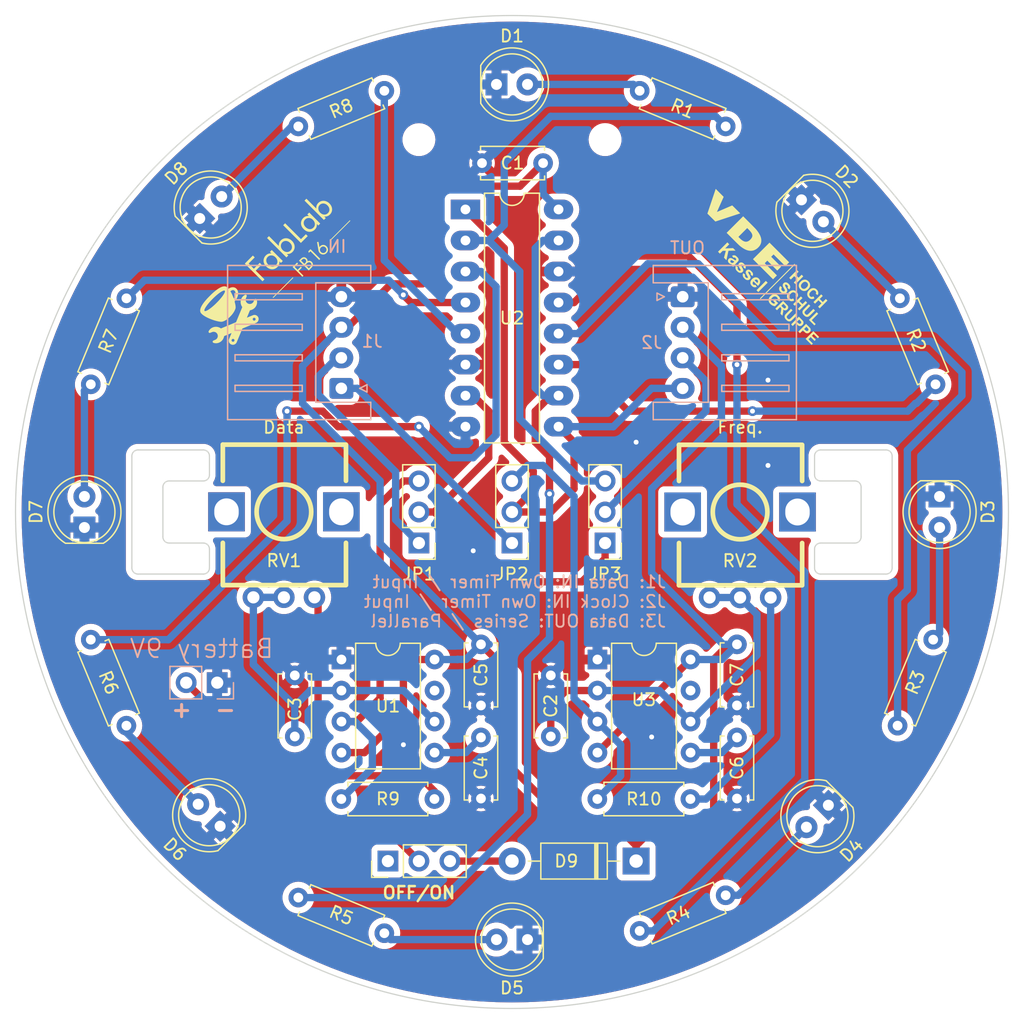
<source format=kicad_pcb>
(kicad_pcb (version 20221018) (generator pcbnew)
  (layers (0 "F.Cu" signal) (31 "B.Cu" signal) (34 "B.Paste" user) (35 "F.Paste" user) (36 "B.SilkS" user "B.Silkscreen") (37 "F.SilkS" user "F.Silkscreen") (38 "B.Mask" user) (39 "F.Mask" user) (44 "Edge.Cuts" user))
  (net 0 "")
  (net 1 "GND")
  (net 2 "Net-(U3-THR)")
  (net 3 "Net-(U1-THR)")
  (net 4 "Net-(D1-A)")
  (net 5 "Net-(D2-A)")
  (net 6 "Net-(D3-A)")
  (net 7 "Net-(D4-A)")
  (net 8 "Net-(D5-A)")
  (net 9 "Net-(D6-A)")
  (net 10 "Net-(D7-A)")
  (net 11 "Net-(D8-A)")
  (net 12 "/Clk")
  (net 13 "/Data")
  (net 14 "VCC")
  (net 15 "Net-(J2-Pin_3)")
  (net 16 "Net-(J2-Pin_4)")
  (net 17 "/Timer1/Out")
  (net 18 "/Timer/Out")
  (net 19 "Net-(R9-Pad1)")
  (net 20 "Net-(R10-Pad1)")
  (net 21 "Net-(U1-CV)")
  (net 23 "Net-(U3-CV)")
  (net 25 "Net-(JP1-C)")
  (net 26 "Net-(JP3-B)")
  (net 27 "Net-(U2B-Q3)")
  (net 28 "Net-(U2B-Q2)")
  (net 29 "Net-(U2B-Q1)")
  (net 30 "Net-(U2A-Q4)")
  (net 31 "Net-(U2A-Q3)")
  (net 32 "Net-(U2A-Q2)")
  (net 33 "Net-(U2A-Q1)")
  (net 34 "Net-(J3-Pin_2)")
  (net 36 "Net-(D9-A)")
  (footprint "Diode_THT:D_DO-41_SOD81_P10.16mm_Horizontal" (layer "F.Cu") (at 162.56 130.175 180)
    (fp_text reference "D9" (at 5.715 0) (layer "F.SilkS"))
    (fp_text value "1N5817")
    (pad "1" thru_hole rect (at 0 0 180) (size 2.2 2.2) (drill 1.1) (layers "*.Cu" "*.Mask") (net 14 "VCC"))
    (pad "2" thru_hole oval (at 10.16 0 180) (size 2.2 2.2) (drill 1.1) (layers "*.Cu" "*.Mask") (net 36 "Net-(D9-A)"))
  )
  (footprint "LED_THT:LED_D5.0mm" (layer "F.Cu") (at 187.4 100.33 -90)
    (fp_text reference "D3" (at 1.27 -3.96 90) (layer "F.SilkS"))
    (fp_text value "LED" hide)
    (pad "1" thru_hole rect (at 0 0 270) (size 1.8 1.8) (drill 0.9) (layers "*.Cu" "*.Mask") (net 1 "GND"))
    (pad "2" thru_hole circle (at 2.54 0 270) (size 1.8 1.8) (drill 0.9) (layers "*.Cu" "*.Mask") (net 6 "Net-(D3-A)"))
  )
  (footprint "Package_DIP:DIP-16_W7.62mm_LongPads" (layer "F.Cu") (at 148.59 76.835)
    (fp_text reference "U2" (at 3.81 8.89) (layer "F.SilkS"))
    (fp_text value "4015")
    (pad "1" thru_hole rect (at 0 0) (size 2.4 1.6) (drill 0.8) (layers "*.Cu" "*.Mask") (net 16 "Net-(J2-Pin_4)"))
    (pad "2" thru_hole oval (at 0 2.54) (size 2.4 1.6) (drill 0.8) (layers "*.Cu" "*.Mask") (net 26 "Net-(JP3-B)"))
    (pad "3" thru_hole oval (at 0 5.08) (size 2.4 1.6) (drill 0.8) (layers "*.Cu" "*.Mask") (net 31 "Net-(U2A-Q3)"))
    (pad "4" thru_hole oval (at 0 7.62) (size 2.4 1.6) (drill 0.8) (layers "*.Cu" "*.Mask") (net 32 "Net-(U2A-Q2)"))
    (pad "5" thru_hole oval (at 0 10.16) (size 2.4 1.6) (drill 0.8) (layers "*.Cu" "*.Mask") (net 33 "Net-(U2A-Q1)"))
    (pad "6" thru_hole oval (at 0 12.7) (size 2.4 1.6) (drill 0.8) (layers "*.Cu" "*.Mask") (net 1 "GND"))
    (pad "7" thru_hole oval (at 0 15.24) (size 2.4 1.6) (drill 0.8) (layers "*.Cu" "*.Mask") (net 25 "Net-(JP1-C)"))
    (pad "8" thru_hole oval (at 0 17.78) (size 2.4 1.6) (drill 0.8) (layers "*.Cu" "*.Mask") (net 1 "GND"))
    (pad "9" thru_hole oval (at 7.62 17.78) (size 2.4 1.6) (drill 0.8) (layers "*.Cu" "*.Mask") (net 16 "Net-(J2-Pin_4)"))
    (pad "10" thru_hole oval (at 7.62 15.24) (size 2.4 1.6) (drill 0.8) (layers "*.Cu" "*.Mask") (net 30 "Net-(U2A-Q4)"))
    (pad "11" thru_hole oval (at 7.62 12.7) (size 2.4 1.6) (drill 0.8) (layers "*.Cu" "*.Mask") (net 27 "Net-(U2B-Q3)"))
    (pad "12" thru_hole oval (at 7.62 10.16) (size 2.4 1.6) (drill 0.8) (layers "*.Cu" "*.Mask") (net 28 "Net-(U2B-Q2)"))
    (pad "13" thru_hole oval (at 7.62 7.62) (size 2.4 1.6) (drill 0.8) (layers "*.Cu" "*.Mask") (net 29 "Net-(U2B-Q1)"))
    (pad "14" thru_hole oval (at 7.62 5.08) (size 2.4 1.6) (drill 0.8) (layers "*.Cu" "*.Mask") (net 1 "GND"))
    (pad "15" thru_hole oval (at 7.62 2.54) (size 2.4 1.6) (drill 0.8) (layers "*.Cu" "*.Mask") (net 30 "Net-(U2A-Q4)"))
    (pad "16" thru_hole oval (at 7.62 0) (size 2.4 1.6) (drill 0.8) (layers "*.Cu" "*.Mask") (net 14 "VCC"))
  )
  (footprint "Resistor_THT:R_Axial_DIN0207_L6.3mm_D2.5mm_P7.62mm_Horizontal" (layer "F.Cu") (at 146.05 125.095 180)
    (fp_text reference "R9" (at 3.8 0.01) (layer "F.SilkS"))
    (fp_text value "10k" hide)
    (pad "1" thru_hole circle (at 0 0 180) (size 1.6 1.6) (drill 0.8) (layers "*.Cu" "*.Mask") (net 19 "Net-(R9-Pad1)"))
    (pad "2" thru_hole oval (at 7.62 0 180) (size 1.6 1.6) (drill 0.8) (layers "*.Cu" "*.Mask") (net 18 "/Timer/Out"))
  )
  (footprint "Resistor_THT:R_Axial_DIN0207_L6.3mm_D2.5mm_P7.62mm_Horizontal" (layer "F.Cu") (at 162.850019 135.89 22.5)
    (fp_text reference "R4" (at 3.419325 0.041693 22.5) (layer "F.SilkS"))
    (fp_text value "1.4k" hide)
    (pad "1" thru_hole circle (at 0 0 22.5) (size 1.6 1.6) (drill 0.8) (layers "*.Cu" "*.Mask") (net 29 "Net-(U2B-Q1)"))
    (pad "2" thru_hole oval (at 7.62 0 22.5) (size 1.6 1.6) (drill 0.8) (layers "*.Cu" "*.Mask") (net 7 "Net-(D4-A)"))
  )
  (footprint "Capacitor_THT:C_Disc_D5.0mm_W2.5mm_P5.00mm" (layer "F.Cu") (at 134.62 114.975 -90)
    (fp_text reference "C3" (at 2.764 -0.01 90) (layer "F.SilkS"))
    (fp_text value "4.7u" hide)
    (pad "1" thru_hole circle (at 0 0 270) (size 1.6 1.6) (drill 0.8) (layers "*.Cu" "*.Mask") (net 1 "GND"))
    (pad "2" thru_hole circle (at 5 0 270) (size 1.6 1.6) (drill 0.8) (layers "*.Cu" "*.Mask") (net 3 "Net-(U1-THR)"))
  )
  (footprint "Resistor_THT:R_Axial_DIN0207_L6.3mm_D2.5mm_P7.62mm_Horizontal" (layer "F.Cu") (at 169.889981 70.038024 157.5)
    (fp_text reference "R1" (at 3.81 0 157.5) (layer "F.SilkS"))
    (fp_text value "1.4k" hide)
    (pad "1" thru_hole circle (at 0 0 157.5) (size 1.6 1.6) (drill 0.8) (layers "*.Cu" "*.Mask") (net 26 "Net-(JP3-B)"))
    (pad "2" thru_hole oval (at 7.62 0 157.5) (size 1.6 1.6) (drill 0.8) (layers "*.Cu" "*.Mask") (net 4 "Net-(D1-A)"))
  )
  (footprint "Resistor_THT:R_Axial_DIN0207_L6.3mm_D2.5mm_P7.62mm_Horizontal" (layer "F.Cu") (at 187.066048 91.149981 112.5)
    (fp_text reference "R2" (at 3.939188 -0.081801 112.5) (layer "F.SilkS"))
    (fp_text value "1.4k" hide)
    (pad "1" thru_hole circle (at 0 0 112.5) (size 1.6 1.6) (drill 0.8) (layers "*.Cu" "*.Mask") (net 27 "Net-(U2B-Q3)"))
    (pad "2" thru_hole oval (at 7.62 0 112.5) (size 1.6 1.6) (drill 0.8) (layers "*.Cu" "*.Mask") (net 5 "Net-(D2-A)"))
  )
  (footprint "Capacitor_THT:C_Disc_D5.0mm_W2.5mm_P5.00mm" (layer "F.Cu") (at 170.815 117.435 90)
    (fp_text reference "C7" (at 2.5 0 90) (layer "F.SilkS"))
    (fp_text value "100n" hide)
    (pad "1" thru_hole circle (at 0 0 90) (size 1.6 1.6) (drill 0.8) (layers "*.Cu" "*.Mask") (net 1 "GND"))
    (pad "2" thru_hole circle (at 5 0 90) (size 1.6 1.6) (drill 0.8) (layers "*.Cu" "*.Mask") (net 14 "VCC"))
  )
  (footprint "LED_THT:LED_D5.0mm" (layer "F.Cu") (at 153.67 136.6 180)
    (fp_text reference "D5" (at 1.27 -3.96) (layer "F.SilkS"))
    (fp_text value "LED" hide)
    (pad "1" thru_hole rect (at 0 0 180) (size 1.8 1.8) (drill 0.9) (layers "*.Cu" "*.Mask") (net 1 "GND"))
    (pad "2" thru_hole circle (at 2.54 0 180) (size 1.8 1.8) (drill 0.9) (layers "*.Cu" "*.Mask") (net 8 "Net-(D5-A)"))
  )
  (footprint "Resistor_THT:R_Axial_DIN0207_L6.3mm_D2.5mm_P7.62mm_Horizontal" (layer "F.Cu") (at 183.961976 119.089981 67.5)
    (fp_text reference "R3" (at 3.81 0 67.5) (layer "F.SilkS"))
    (fp_text value "1.4k" hide)
    (pad "1" thru_hole circle (at 0 0 67.5) (size 1.6 1.6) (drill 0.8) (layers "*.Cu" "*.Mask") (net 28 "Net-(U2B-Q2)"))
    (pad "2" thru_hole oval (at 7.62 0 67.5) (size 1.6 1.6) (drill 0.8) (layers "*.Cu" "*.Mask") (net 6 "Net-(D3-A)"))
  )
  (footprint "MountingHole:MountingHole_2.2mm_M2" (layer "F.Cu") (at 144.78 71.12 90)
    (fp_text reference "H1" hide)
    (fp_text value "MountingHole" hide)
    (pad "" np_thru_hole circle (at 0 0 90) (size 2.2 2.2) (drill 2.2) (layers "*.Cu" "*.Mask"))
  )
  (footprint "LED_THT:LED_D5.0mm" (layer "F.Cu") (at 151.13 66.6)
    (fp_text reference "D1" (at 1.27 -3.96) (layer "F.SilkS"))
    (fp_text value "LED" hide)
    (pad "1" thru_hole rect (at 0 0) (size 1.8 1.8) (drill 0.9) (layers "*.Cu" "*.Mask") (net 1 "GND"))
    (pad "2" thru_hole circle (at 2.54 0) (size 1.8 1.8) (drill 0.9) (layers "*.Cu" "*.Mask") (net 4 "Net-(D1-A)"))
  )
  (footprint "Resistor_THT:R_Axial_DIN0207_L6.3mm_D2.5mm_P7.62mm_Horizontal" (layer "F.Cu") (at 167.005 125.095 180)
    (fp_text reference "R10" (at 3.81 0) (layer "F.SilkS"))
    (fp_text value "10k" hide)
    (pad "1" thru_hole circle (at 0 0 180) (size 1.6 1.6) (drill 0.8) (layers "*.Cu" "*.Mask") (net 20 "Net-(R10-Pad1)"))
    (pad "2" thru_hole oval (at 7.62 0 180) (size 1.6 1.6) (drill 0.8) (layers "*.Cu" "*.Mask") (net 17 "/Timer1/Out"))
  )
  (footprint "Resistor_THT:R_Axial_DIN0207_L6.3mm_D2.5mm_P7.62mm_Horizontal" (layer "F.Cu") (at 120.838024 84.110019 -112.5)
    (fp_text reference "R7" (at 3.81 0 67.5) (layer "F.SilkS"))
    (fp_text value "1.4k" hide)
    (pad "1" thru_hole circle (at 0 0 247.5) (size 1.6 1.6) (drill 0.8) (layers "*.Cu" "*.Mask") (net 32 "Net-(U2A-Q2)"))
    (pad "2" thru_hole oval (at 7.62 0 247.5) (size 1.6 1.6) (drill 0.8) (layers "*.Cu" "*.Mask") (net 10 "Net-(D7-A)"))
  )
  (footprint "MountingHole:MountingHole_2.2mm_M2" (layer "F.Cu") (at 160.02 71.12 90)
    (fp_text reference "H2" hide)
    (fp_text value "MountingHole" hide)
    (pad "" np_thru_hole circle (at 0 0 90) (size 2.2 2.2) (drill 2.2) (layers "*.Cu" "*.Mask"))
  )
  (footprint "Resistor_THT:R_Axial_DIN0207_L6.3mm_D2.5mm_P7.62mm_Horizontal" (layer "F.Cu") (at 134.910019 133.161976 -22.5)
    (fp_text reference "R5" (at 3.81 0 157.5) (layer "F.SilkS"))
    (fp_text value "1.4k" hide)
    (pad "1" thru_hole circle (at 0 0 337.5) (size 1.6 1.6) (drill 0.8) (layers "*.Cu" "*.Mask") (net 30 "Net-(U2A-Q4)"))
    (pad "2" thru_hole oval (at 7.62 0 337.5) (size 1.6 1.6) (drill 0.8) (layers "*.Cu" "*.Mask") (net 8 "Net-(D5-A)"))
  )
  (footprint "Connector_PinHeader_2.54mm:PinHeader_1x03_P2.54mm_Vertical" (layer "F.Cu") (at 142.24 130.175 90)
    (fp_text reference "ON/OFF1" hide)
    (fp_text value "Jumper_3_Open" hide)
    (pad "1" thru_hole rect (at 0 0 90) (size 1.7 1.7) (drill 1) (layers "*.Cu" "*.Mask"))
    (pad "2" thru_hole oval (at 0 2.54 90) (size 1.7 1.7) (drill 1) (layers "*.Cu" "*.Mask") (net 34 "Net-(J3-Pin_2)"))
    (pad "3" thru_hole oval (at 0 5.08 90) (size 1.7 1.7) (drill 1) (layers "*.Cu" "*.Mask") (net 36 "Net-(D9-A)"))
  )
  (footprint "poti_rv09a:RV09AF-40-ALPHA-POT" (layer "F.Cu") (at 133.73 101.585)
    (fp_text reference "RV1" (at 0 4) (layer "F.SilkS") (effects (font (size 1.016 1.016) (thickness 0.1524))))
    (fp_text value "1M" hide)
    (pad "" thru_hole rect (at -4.7 0) (size 3 3.2) (drill oval 2 2.2) (layers "*.Cu" "*.Mask"))
    (pad "" thru_hole rect (at 4.7 0) (size 3 3.2) (drill oval 2 2.2) (layers "*.Cu" "*.Mask"))
    (pad "1" thru_hole circle (at -2.5 7) (size 1.75 1.75) (drill 1) (layers "*.Cu" "*.Mask") (net 3 "Net-(U1-THR)"))
    (pad "2" thru_hole circle (at 0 7) (size 1.75 1.75) (drill 1) (layers "*.Cu" "*.Mask") (net 3 "Net-(U1-THR)"))
    (pad "3" thru_hole circle (at 2.5 7) (size 1.75 1.75) (drill 1) (layers "*.Cu" "*.Mask") (net 19 "Net-(R9-Pad1)"))
  )
  (footprint "Connector_PinHeader_2.54mm:PinHeader_1x03_P2.54mm_Vertical" (layer "F.Cu") (at 144.78 104.14 180)
    (fp_text reference "JP1" (at 0 -2.54 unlocked) (layer "F.SilkS"))
    (fp_text value "Jumper_3_Open" hide)
    (pad "1" thru_hole rect (at 0 0 180) (size 1.7 1.7) (drill 1) (layers "*.Cu" "*.Mask") (net 13 "/Data"))
    (pad "2" thru_hole oval (at 0 2.54 180) (size 1.7 1.7) (drill 1) (layers "*.Cu" "*.Mask") (net 25 "Net-(JP1-C)"))
    (pad "3" thru_hole oval (at 0 5.08 180) (size 1.7 1.7) (drill 1) (layers "*.Cu" "*.Mask") (net 18 "/Timer/Out"))
  )
  (footprint "Logos:vde_hsg_logo" (layer "F.Cu") (at 173.003811 81.614387 -45)
    (fp_text reference "G***" hide)
    (fp_text value "LOGO" hide)
  )
  (footprint "LED_THT:LED_D5.0mm" (layer "F.Cu") (at 176.094226 76.048725 -45)
    (fp_text reference "D2" (at 1.269999 -3.96 135) (layer "F.SilkS"))
    (fp_text value "LED" hide)
    (pad "1" thru_hole rect (at 0 0 315) (size 1.8 1.8) (drill 0.9) (layers "*.Cu" "*.Mask") (net 1 "GND"))
    (pad "2" thru_hole circle (at 2.54 0 315) (size 1.8 1.8) (drill 0.9) (layers "*.Cu" "*.Mask") (net 5 "Net-(D2-A)"))
  )
  (footprint "LED_THT:LED_D5.0mm" (layer "F.Cu") (at 117.4 102.87 90)
    (fp_text reference "D7" (at 1.27 -3.96 90) (layer "F.SilkS"))
    (fp_text value "LED" hide)
    (pad "1" thru_hole rect (at 0 0 90) (size 1.8 1.8) (drill 0.9) (layers "*.Cu" "*.Mask") (net 1 "GND"))
    (pad "2" thru_hole circle (at 2.54 0 90) (size 1.8 1.8) (drill 0.9) (layers "*.Cu" "*.Mask") (net 10 "Net-(D7-A)"))
  )
  (footprint "Resistor_THT:R_Axial_DIN0207_L6.3mm_D2.5mm_P7.62mm_Horizontal" (layer "F.Cu") (at 117.921976 112.050019 -67.5)
    (fp_text reference "R6" (at 3.81 0 112.5) (layer "F.SilkS"))
    (fp_text value "1.4k" hide)
    (pad "1" thru_hole circle (at 0 0 292.5) (size 1.6 1.6) (drill 0.8) (layers "*.Cu" "*.Mask") (net 31 "Net-(U2A-Q3)"))
    (pad "2" thru_hole oval (at 7.62 0 292.5) (size 1.6 1.6) (drill 0.8) (layers "*.Cu" "*.Mask") (net 9 "Net-(D6-A)"))
  )
  (footprint "Capacitor_THT:C_Disc_D5.0mm_W2.5mm_P5.00mm" (layer "F.Cu") (at 149.945 73.04)
    (fp_text reference "C1" (at 2.5 0) (layer "F.SilkS"))
    (fp_text value "100n" hide)
    (pad "1" thru_hole circle (at 0 0) (size 1.6 1.6) (drill 0.8) (layers "*.Cu" "*.Mask") (net 1 "GND"))
    (pad "2" thru_hole circle (at 5 0) (size 1.6 1.6) (drill 0.8) (layers "*.Cu" "*.Mask") (net 14 "VCC"))
  )
  (footprint "Capacitor_THT:C_Disc_D5.0mm_W2.5mm_P5.00mm" (layer "F.Cu") (at 149.86 117.435 90)
    (fp_text reference "C5" (at 2.5 0 90) (layer "F.SilkS"))
    (fp_text value "100n" hide)
    (pad "1" thru_hole circle (at 0 0 90) (size 1.6 1.6) (drill 0.8) (layers "*.Cu" "*.Mask") (net 1 "GND"))
    (pad "2" thru_hole circle (at 5 0 90) (size 1.6 1.6) (drill 0.8) (layers "*.Cu" "*.Mask") (net 14 "VCC"))
  )
  (footprint "LED_THT:LED_D5.0mm" (layer "F.Cu") (at 128.508459 127.316872 135)
    (fp_text reference "D6" (at 1.270001 -3.96 135) (layer "F.SilkS"))
    (fp_text value "LED" hide)
    (pad "1" thru_hole rect (at 0 0 135) (size 1.8 1.8) (drill 0.9) (layers "*.Cu" "*.Mask") (net 1 "GND"))
    (pad "2" thru_hole circle (at 2.54 0 135) (size 1.8 1.8) (drill 0.9) (layers "*.Cu" "*.Mask") (net 9 "Net-(D6-A)"))
  )
  (footprint "Package_DIP:DIP-8_W7.62mm" (layer "F.Cu") (at 138.44 113.675)
    (fp_text reference "U1" (at 3.81 3.81) (layer "F.SilkS"))
    (fp_text value "NE555P" hide)
    (pad "1" thru_hole rect (at 0 0) (size 1.6 1.6) (drill 0.8) (layers "*.Cu" "*.Mask") (net 1 "GND"))
    (pad "2" thru_hole oval (at 0 2.54) (size 1.6 1.6) (drill 0.8) (layers "*.Cu" "*.Mask") (net 3 "Net-(U1-THR)"))
    (pad "3" thru_hole oval (at 0 5.08) (size 1.6 1.6) (drill 0.8) (layers "*.Cu" "*.Mask") (net 18 "/Timer/Out"))
    (pad "4" thru_hole oval (at 0 7.62) (size 1.6 1.6) (drill 0.8) (layers "*.Cu" "*.Mask") (net 14 "VCC"))
    (pad "5" thru_hole oval (at 7.62 7.62) (size 1.6 1.6) (drill 0.8) (layers "*.Cu" "*.Mask") (net 21 "Net-(U1-CV)"))
    (pad "6" thru_hole oval (at 7.62 5.08) (size 1.6 1.6) (drill 0.8) (layers "*.Cu" "*.Mask") (net 3 "Net-(U1-THR)"))
    (pad "7" thru_hole oval (at 7.62 2.54) (size 1.6 1.6) (drill 0.8) (layers "*.Cu" "*.Mask"))
    (pad "8" thru_hole oval (at 7.62 0) (size 1.6 1.6) (drill 0.8) (layers "*.Cu" "*.Mask") (net 14 "VCC"))
  )
  (footprint "LED_THT:LED_D5.0mm" (layer "F.Cu") (at 178.296526 125.601598 -135)
    (fp_text reference "D4" (at 1.27 -3.96 45) (layer "F.SilkS"))
    (fp_text value "LED" hide)
    (pad "1" thru_hole rect (at 0 0 225) (size 1.8 1.8) (drill 0.9) (layers "*.Cu" "*.Mask") (net 1 "GND"))
    (pad "2" thru_hole circle (at 2.54 0 225) (size 1.8 1.8) (drill 0.9) (layers "*.Cu" "*.Mask") (net 7 "Net-(D4-A)"))
  )
  (footprint "Connector_PinHeader_2.54mm:PinHeader_1x03_P2.54mm_Vertical" (layer "F.Cu") (at 160.02 104.14 180)
    (fp_text reference "JP3" (at 0 -2.54 unlocked) (layer "F.SilkS"))
    (fp_text value "Jumper_3_Open" hide)
    (pad "1" thru_hole rect (at 0 0 180) (size 1.7 1.7) (drill 1) (layers "*.Cu" "*.Mask") (net 25 "Net-(JP1-C)"))
    (pad "2" thru_hole oval (at 0 2.54 180) (size 1.7 1.7) (drill 1) (layers "*.Cu" "*.Mask") (net 15 "Net-(J2-Pin_3)"))
    (pad "3" thru_hole oval (at 0 5.08 180) (size 1.7 1.7) (drill 1) (layers "*.Cu" "*.Mask") (net 26 "Net-(JP3-B)"))
  )
  (footprint "LED_THT:LED_D5.0mm" (layer "F.Cu") (at 126.838324 77.573943 45)
    (fp_text reference "D8" (at 1.27 -3.960001 45) (layer "F.SilkS"))
    (fp_text value "LED" hide)
    (pad "1" thru_hole rect (at 0 0 45) (size 1.8 1.8) (drill 0.9) (layers "*.Cu" "*.Mask") (net 1 "GND"))
    (pad "2" thru_hole circle (at 2.54 0 45) (size 1.8 1.8) (drill 0.9) (layers "*.Cu" "*.Mask") (net 11 "Net-(D8-A)"))
  )
  (footprint "Package_DIP:DIP-8_W7.62mm" (layer "F.Cu") (at 159.395 113.675)
    (fp_text reference "U3" (at 3.8 3.292) (layer "F.SilkS"))
    (fp_text value "NE555P" hide)
    (pad "1" thru_hole rect (at 0 0) (size 1.6 1.6) (drill 0.8) (layers "*.Cu" "*.Mask") (net 1 "GND"))
    (pad "2" thru_hole oval (at 0 2.54) (size 1.6 1.6) (drill 0.8) (layers "*.Cu" "*.Mask") (net 2 "Net-(U3-THR)"))
    (pad "3" thru_hole oval (at 0 5.08) (size 1.6 1.6) (drill 0.8) (layers "*.Cu" "*.Mask") (net 17 "/Timer1/Out"))
    (pad "4" thru_hole oval (at 0 7.62) (size 1.6 1.6) (drill 0.8) (layers "*.Cu" "*.Mask") (net 14 "VCC"))
    (pad "5" thru_hole oval (at 7.62 7.62) (size 1.6 1.6) (drill 0.8) (layers "*.Cu" "*.Mask") (net 23 "Net-(U3-CV)"))
    (pad "6" thru_hole oval (at 7.62 5.08) (size 1.6 1.6) (drill 0.8) (layers "*.Cu" "*.Mask") (net 2 "Net-(U3-THR)"))
    (pad "7" thru_hole oval (at 7.62 2.54) (size 1.6 1.6) (drill 0.8) (layers "*.Cu" "*.Mask"))
    (pad "8" thru_hole oval (at 7.62 0) (size 1.6 1.6) (drill 0.8) (layers "*.Cu" "*.Mask") (net 14 "VCC"))
  )
  (footprint "Logos:fablab_logo" (layer "F.Cu") (at 132.715 81.915 45)
    (fp_text reference "G***" hide)
    (fp_text value "LOGO" hide)
  )
  (footprint "Connector_PinHeader_2.54mm:PinHeader_1x03_P2.54mm_Vertical" (layer "F.Cu") (at 152.4 104.14 180)
    (fp_text reference "JP2" (at 0 -2.54 unlocked) (layer "F.SilkS"))
    (fp_text value "Jumper_3_Open" hide)
    (pad "1" thru_hole rect (at 0 0 180) (size 1.7 1.7) (drill 1) (layers "*.Cu" "*.Mask") (net 12 "/Clk"))
    (pad "2" thru_hole oval (at 0 2.54 180) (size 1.7 1.7) (drill 1) (layers "*.Cu" "*.Mask") (net 16 "Net-(J2-Pin_4)"))
    (pad "3" thru_hole oval (at 0 5.08 180) (size 1.7 1.7) (drill 1) (layers "*.Cu" "*.Mask") (net 17 "/Timer1/Out"))
  )
  (footprint "Resistor_THT:R_Axial_DIN0207_L6.3mm_D2.5mm_P7.62mm_Horizontal" (layer "F.Cu") (at 141.949981 67.121976 -157.5)
    (fp_text reference "R8" (at 3.81 0 22.5) (layer "F.SilkS"))
    (fp_text value "1.4k" hide)
    (pad "1" thru_hole circle (at 0 0 202.5) (size 1.6 1.6) (drill 0.8) (layers "*.Cu" "*.Mask") (net 33 "Net-(U2A-Q1)"))
    (pad "2" thru_hole oval (at 7.62 0 202.5) (size 1.6 1.6) (drill 0.8) (layers "*.Cu" "*.Mask") (net 11 "Net-(D8-A)"))
  )
  (footprint "Capacitor_THT:C_Disc_D5.0mm_W2.5mm_P5.00mm" (layer "F.Cu") (at 149.86 125.055 90)
    (fp_text reference "C4" (at 2.5 0 90) (layer "F.SilkS"))
    (fp_text value "100n" hide)
    (pad "1" thru_hole circle (at 0 0 90) (size 1.6 1.6) (drill 0.8) (layers "*.Cu" "*.Mask") (net 1 "GND"))
    (pad "2" thru_hole circle (at 5 0 90) (size 1.6 1.6) (drill 0.8) (layers "*.Cu" "*.Mask") (net 21 "Net-(U1-CV)"))
  )
  (footprint "Capacitor_THT:C_Disc_D5.0mm_W2.5mm_P5.00mm" (layer "F.Cu") (at 155.575 114.975 -90)
    (fp_text reference "C2" (at 2.5 0 90) (layer "F.SilkS"))
    (fp_text value "4.7u" hide)
    (pad "1" thru_hole circle (at 0 0 270) (size 1.6 1.6) (drill 0.8) (layers "*.Cu" "*.Mask") (net 1 "GND"))
    (pad "2" thru_hole circle (at 5 0 270) (size 1.6 1.6) (drill 0.8) (layers "*.Cu" "*.Mask") (net 2 "Net-(U3-THR)"))
  )
  (footprint "Capacitor_THT:C_Disc_D5.0mm_W2.5mm_P5.00mm" (layer "F.Cu") (at 170.815 125.055 90)
    (fp_text reference "C6" (at 2.5 0 90) (layer "F.SilkS"))
    (fp_text value "100n" hide)
    (pad "1" thru_hole circle (at 0 0 90) (size 1.6 1.6) (drill 0.8) (layers "*.Cu" "*.Mask") (net 1 "GND"))
    (pad "2" thru_hole circle (at 5 0 90) (size 1.6 1.6) (drill 0.8) (layers "*.Cu" "*.Mask") (net 23 "Net-(U3-CV)"))
  )
  (footprint "poti_rv09a:RV09AF-40-ALPHA-POT" (layer "F.Cu") (at 171.07 101.6)
    (fp_text reference "RV2" (at 0 4) (layer "F.SilkS") (effects (font (size 1.016 1.016) (thickness 0.1524))))
    (fp_text value "1M" hide)
    (pad "" thru_hole rect (at -4.7 0) (size 3 3.2) (drill oval 2 2.2) (layers "*.Cu" "*.Mask"))
    (pad "" thru_hole rect (at 4.7 0) (size 3 3.2) (drill oval 2 2.2) (layers "*.Cu" "*.Mask"))
    (pad "1" thru_hole circle (at -2.5 7) (size 1.75 1.75) (drill 1) (layers "*.Cu" "*.Mask") (net 2 "Net-(U3-THR)"))
    (pad "2" thru_hole circle (at 0 7) (size 1.75 1.75) (drill 1) (layers "*.Cu" "*.Mask") (net 2 "Net-(U3-THR)"))
    (pad "3" thru_hole circle (at 2.5 7) (size 1.75 1.75) (drill 1) (layers "*.Cu" "*.Mask") (net 20 "Net-(R10-Pad1)"))
  )
  (footprint "Connector_JST:JST_XH_S4B-XH-A_1x04_P2.50mm_Horizontal" (layer "B.Cu") (at 138.43 91.48 90)
    (fp_text reference "J1" (at 3.85 2.522 180) (layer "B.SilkS") (effects (justify mirror)))
    (fp_text value "Conn_01x04")
    (pad "1" thru_hole roundrect (at 0 0 90) (size 1.7 1.95) (drill 0.95) (layers "*.Cu" "*.Mask") (roundrect_rratio 0.1470588235) (net 12 "/Clk"))
    (pad "2" thru_hole oval (at 2.5 0 90) (size 1.7 1.95) (drill 0.95) (layers "*.Cu" "*.Mask") (net 13 "/Data"))
    (pad "3" thru_hole oval (at 5 0 90) (size 1.7 1.95) (drill 0.95) (layers "*.Cu" "*.Mask") (net 14 "VCC"))
    (pad "4" thru_hole oval (at 7.5 0 90) (size 1.7 1.95) (drill 0.95) (layers "*.Cu" "*.Mask") (net 1 "GND"))
  )
  (footprint "Connector_JST:JST_XH_S4B-XH-A_1x04_P2.50mm_Horizontal" (layer "B.Cu") (at 166.37 83.98 -90)
    (fp_text reference "J2" (at 3.75 2.54 -180) (layer "B.SilkS") (effects (justify mirror)))
    (fp_text value "Conn_01x04")
    (pad "1" thru_hole roundrect (at 0 0 270) (size 1.7 1.95) (drill 0.95) (layers "*.Cu" "*.Mask") (roundrect_rratio 0.1470588235) (net 1 "GND"))
    (pad "2" thru_hole oval (at 2.5 0 270) (size 1.7 1.95) (drill 0.95) (layers "*.Cu" "*.Mask") (net 14 "VCC"))
    (pad "3" thru_hole oval (at 5 0 270) (size 1.7 1.95) (drill 0.95) (layers "*.Cu" "*.Mask") (net 15 "Net-(J2-Pin_3)"))
    (pad "4" thru_hole oval (at 7.5 0 270) (size 1.7 1.95) (drill 0.95) (layers "*.Cu" "*.Mask") (net 16 "Net-(J2-Pin_4)"))
  )
  (footprint "Connector_PinHeader_2.54mm:PinHeader_1x02_P2.54mm_Vertical" (layer "B.Cu") (at 128.27 115.57 90)
    (fp_text reference "J3" hide)
    (fp_text value "Battery_9V" hide)
    (fp_text user "-  +" (at -2.189125 -1.118932 unlocked) (layer "B.SilkS") (effects (font (size 1.3 1.3) (thickness 0.25) bold) (justify mirror)))
    (pad "1" thru_hole rect (at 0 0 90) (size 1.7 1.7) (drill 1) (layers "*.Cu" "*.Mask") (net 1 "GND"))
    (pad "2" thru_hole oval (at 0 -2.54 90) (size 1.7 1.7) (drill 1) (layers "*.Cu" "*.Mask") (net 34 "Net-(J3-Pin_2)"))
  )
  (gr_arc (start 177.165 104.64) (mid 177.311447 104.286447) (end 177.665 104.14) (stroke (width 0.1)) (layer "Edge.Cuts"))
  (gr_arc (start 183.515 106.18) (mid 183.368553 106.533553) (end 183.015 106.68) (stroke (width 0.1)) (layer "Edge.Cuts"))
  (gr_arc (start 180.975 103.64) (mid 180.828553 103.993553) (end 180.475 104.14) (stroke (width 0.1)) (layer "Edge.Cuts"))
  (gr_line (start 127.135 106.68) (end 121.785 106.68) (stroke (width 0.1)) (layer "Edge.Cuts"))
  (gr_arc (start 183.015 96.52) (mid 183.368553 96.666447) (end 183.515 97.02) (stroke (width 0.1)) (layer "Edge.Cuts"))
  (gr_line (start 177.665 96.52) (end 183.015 96.52) (stroke (width 0.1)) (layer "Edge.Cuts"))
  (gr_line (start 121.285 106.18) (end 121.285 97.02) (stroke (width 0.1)) (layer "Edge.Cuts"))
  (gr_line (start 180.475 99.06) (end 177.665 99.06) (stroke (width 0.1)) (layer "Edge.Cuts"))
  (gr_arc (start 123.825 99.56) (mid 123.971447 99.206447) (end 124.325 99.06) (stroke (width 0.1)) (layer "Edge.Cuts"))
  (gr_arc (start 177.665 106.68) (mid 177.311447 106.533553) (end 177.165 106.18) (stroke (width 0.1)) (layer "Edge.Cuts"))
  (gr_arc (start 180.475 99.06) (mid 180.828553 99.206447) (end 180.975 99.56) (stroke (width 0.1)) (layer "Edge.Cuts"))
  (gr_arc (start 127.135 96.52) (mid 127.488553 96.666447) (end 127.635 97.02) (stroke (width 0.1)) (layer "Edge.Cuts"))
  (gr_line (start 121.785 96.52) (end 127.135 96.52) (stroke (width 0.1)) (layer "Edge.Cuts"))
  (gr_arc (start 177.665 99.06) (mid 177.311447 98.913553) (end 177.165 98.56) (stroke (width 0.1)) (layer "Edge.Cuts"))
  (gr_line (start 127.635 104.64) (end 127.635 106.18) (stroke (width 0.1)) (layer "Edge.Cuts"))
  (gr_line (start 183.515 97.02) (end 183.515 106.18) (stroke (width 0.1)) (layer "Edge.Cuts"))
  (gr_line (start 123.825 99.56) (end 123.825 103.64) (stroke (width 0.1)) (layer "Edge.Cuts"))
  (gr_line (start 177.165 98.56) (end 177.165 97.02) (stroke (width 0.1)) (layer "Edge.Cuts"))
  (gr_line (start 180.975 103.64) (end 180.975 99.56) (stroke (width 0.1)) (layer "Edge.Cuts"))
  (gr_arc (start 127.135 104.14) (mid 127.488553 104.286447) (end 127.635 104.64) (stroke (width 0.1)) (layer "Edge.Cuts"))
  (gr_arc (start 127.635 98.56) (mid 127.488553 98.913553) (end 127.135 99.06) (stroke (width 0.1)) (layer "Edge.Cuts"))
  (gr_arc (start 124.325 104.14) (mid 123.971447 103.993553) (end 123.825 103.64) (stroke (width 0.1)) (layer "Edge.Cuts"))
  (gr_circle (center 152.4 101.6) (end 152.4 60.96) (stroke (width 0.1)) (fill none) (layer "Edge.Cuts"))
  (gr_arc (start 121.285 97.02) (mid 121.431447 96.666447) (end 121.785 96.52) (stroke (width 0.1)) (layer "Edge.Cuts"))
  (gr_line (start 177.165 106.18) (end 177.165 104.64) (stroke (width 0.1)) (layer "Edge.Cuts"))
  (gr_line (start 127.135 99.06) (end 124.325 99.06) (stroke (width 0.1)) (layer "Edge.Cuts"))
  (gr_line (start 124.325 104.14) (end 127.135 104.14) (stroke (width 0.1)) (layer "Edge.Cuts"))
  (gr_arc (start 127.635 106.18) (mid 127.488553 106.533553) (end 127.135 106.68) (stroke (width 0.1)) (layer "Edge.Cuts"))
  (gr_arc (start 121.785 106.68) (mid 121.431447 106.533553) (end 121.285 106.18) (stroke (width 0.1)) (layer "Edge.Cuts"))
  (gr_line (start 127.635 97.02) (end 127.635 98.56) (stroke (width 0.1)) (layer "Edge.Cuts"))
  (gr_line (start 183.015 106.68) (end 177.665 106.68) (stroke (width 0.1)) (layer "Edge.Cuts"))
  (gr_line (start 177.665 104.14) (end 180.475 104.14) (stroke (width 0.1)) (layer "Edge.Cuts"))
  (gr_arc (start 177.165 97.02) (mid 177.311447 96.666447) (end 177.665 96.52) (stroke (width 0.1)) (layer "Edge.Cuts"))
  (gr_text "J1: Data IN: Own Timer / Input\nJ2: Clock IN: Own Timer / Input\nJ3: Data OUT: Series / Parallel" (at 165.1 111.125) (layer "B.SilkS") (effects (font (size 1 1) (thickness 0.15) bold) (justify left bottom mirror)))
  (gr_text "Battery 9V" (at 127 113.665) (layer "B.SilkS") (effects (font (size 1.5 1.5)) (justify bottom mirror)))
  (gr_text "IN" (at 138.937507 80.453423) (layer "B.SilkS") (effects (font (size 1 1)) (justify left bottom mirror)))
  (gr_text "OUT" (at 168.295473 80.561556) (layer "B.SilkS") (effects (font (size 1 1)) (justify left bottom mirror)))
  (gr_text "Data" (at 133.73 95.25) (layer "F.SilkS") (effects (font (size 1 1)) (justify bottom)))
  (gr_text "Freq." (at 171.07 95.25) (layer "F.SilkS") (effects (font (size 1 1)) (justify bottom)))
  (gr_text "OFF/ON" (at 144.78 133.35) (layer "F.SilkS") (effects (font (size 1 1) (thickness 0.2) bold) (justify bottom)))
  (via (at 162.56 95.885) (size 0.8) (drill 0.4) (layers "F.Cu" "B.Cu") (net 1))
  (via (at 163.83 120.015) (size 0.8) (drill 0.4) (layers "F.Cu" "B.Cu") (net 1))
  (via (at 173.355 90.805) (size 0.8) (drill 0.4) (layers "F.Cu" "B.Cu") (net 1))
  (via (at 149.225 104.775) (size 0.8) (drill 0.4) (layers "F.Cu" "B.Cu") (net 1))
  (via (at 143.51 120.65) (size 0.8) (drill 0.4) (layers "F.Cu" "B.Cu") (net 1))
  (via (at 173.355 97.79) (size 0.8) (drill 0.4) (layers "F.Cu" "B.Cu") (net 1))
  (segment (start 155.575 117.475) (end 156.835 116.215) (width 0.6) (layer "F.Cu") (net 2))
  (segment (start 156.835 116.215) (end 159.395 116.215) (width 0.6) (layer "F.Cu") (net 2))
  (segment (start 155.575 119.975) (end 155.575 117.475) (width 0.6) (layer "F.Cu") (net 2))
  (segment (start 172.450051 109.980051) (end 171.07 108.6) (width 0.6) (layer "B.Cu") (net 2))
  (segment (start 167.015 118.755) (end 172.450051 113.319949) (width 0.6) (layer "B.Cu") (net 2))
  (segment (start 164.475 116.215) (end 167.015 118.755) (width 0.6) (layer "B.Cu") (net 2))
  (segment (start 171.07 108.6) (end 168.57 108.6) (width 0.6) (layer "B.Cu") (net 2))
  (segment (start 172.450051 113.319949) (end 172.450051 109.980051) (width 0.6) (layer "B.Cu") (net 2))
  (segment (start 159.395 116.215) (end 164.475 116.215) (width 0.6) (layer "B.Cu") (net 2))
  (segment (start 134.62 117.475) (end 135.89 116.205) (width 0.6) (layer "B.Cu") (net 3))
  (segment (start 131.23 114.085) (end 131.23 108.585) (width 0.6) (layer "B.Cu") (net 3))
  (segment (start 135.89 116.205) (end 135.9 116.215) (width 0.6) (layer "B.Cu") (net 3))
  (segment (start 131.23 108.585) (end 133.73 108.585) (width 0.6) (layer "B.Cu") (net 3))
  (segment (start 134.62 119.975) (end 134.62 117.475) (width 0.6) (layer "B.Cu") (net 3))
  (segment (start 135.9 116.215) (end 138.44 116.215) (width 0.6) (layer "B.Cu") (net 3))
  (segment (start 143.52 116.215) (end 146.06 118.755) (width 0.6) (layer "B.Cu") (net 3))
  (segment (start 138.44 116.215) (end 143.52 116.215) (width 0.6) (layer "B.Cu") (net 3))
  (segment (start 134.62 117.475) (end 131.23 114.085) (width 0.6) (layer "B.Cu") (net 3))
  (segment (start 153.67 66.6) (end 162.328043 66.6) (width 0.6) (layer "B.Cu") (net 4))
  (segment (start 162.328043 66.6) (end 162.850019 67.121976) (width 0.6) (layer "B.Cu") (net 4))
  (segment (start 177.890277 77.844776) (end 184.15 84.104499) (width 0.6) (layer "B.Cu") (net 5))
  (segment (start 184.15 84.104499) (end 184.15 84.110019) (width 0.6) (layer "B.Cu") (net 5))
  (segment (start 187.4 111.528043) (end 186.878024 112.050019) (width 0.6) (layer "B.Cu") (net 6))
  (segment (start 187.4 102.87) (end 187.4 111.528043) (width 0.6) (layer "B.Cu") (net 6))
  (segment (start 176.500475 127.397649) (end 170.924172 132.973952) (width 0.6) (layer "B.Cu") (net 7))
  (segment (start 170.924172 132.973952) (end 169.889981 132.973952) (width 0.6) (layer "B.Cu") (net 7))
  (segment (start 151.13 136.6) (end 142.471957 136.6) (width 0.6) (layer "B.Cu") (net 8))
  (segment (start 142.471957 136.6) (end 141.949981 136.078024) (width 0.6) (layer "B.Cu") (net 8))
  (segment (start 126.712408 125.520821) (end 120.838024 119.646437) (width 0.6) (layer "B.Cu") (net 9))
  (segment (start 120.838024 119.646437) (end 120.838024 119.089981) (width 0.6) (layer "B.Cu") (net 9))
  (segment (start 117.4 100.33) (end 117.4 91.671957) (width 0.6) (layer "B.Cu") (net 10))
  (segment (start 117.4 91.671957) (end 117.921976 91.149981) (width 0.6) (layer "B.Cu") (net 10))
  (segment (start 134.374243 70.038024) (end 134.910019 70.038024) (width 0.6) (layer "B.Cu") (net 11))
  (segment (start 128.634375 75.777892) (end 134.374243 70.038024) (width 0.6) (layer "B.Cu") (net 11))
  (segment (start 152.399293 104.14) (end 139.739293 91.48) (width 0.6) (layer "B.Cu") (net 12))
  (segment (start 139.739293 91.48) (end 138.43 91.48) (width 0.6) (layer "B.Cu") (net 12))
  (segment (start 152.4 104.14) (end 152.399293 104.14) (width 0.6) (layer "B.Cu") (net 12))
  (segment (start 142.875 98.317588) (end 142.875 102.235) (width 0.6) (layer "B.Cu") (net 13))
  (segment (start 142.875 102.235) (end 144.78 104.14) (width 0.6) (layer "B.Cu") (net 13))
  (segment (start 136.525 90.5275) (end 136.525 91.967588) (width 0.6) (layer "B.Cu") (net 13))
  (segment (start 138.43 88.98) (end 138.0725 88.98) (width 0.6) (layer "B.Cu") (net 13))
  (segment (start 136.525 91.967588) (end 142.875 98.317588) (width 0.6) (layer "B.Cu") (net 13))
  (segment (start 138.0725 88.98) (end 136.525 90.5275) (width 0.6) (layer "B.Cu") (net 13))
  (segment (start 146.05 76.2) (end 147.32 74.93) (width 0.6) (layer "F.Cu") (net 14))
  (segment (start 170.14 112.435) (end 170.815 112.435) (width 0.6) (layer "F.Cu") (net 14))
  (segment (start 167.64 127.635) (end 168.91 126.365) (width 0.6) (layer "F.Cu") (net 14))
  (segment (start 143.51 118.11) (end 140.325 121.295) (width 0.6) (layer "F.Cu") (net 14))
  (segment (start 163.83 127.635) (end 167.64 127.635) (width 0.6) (layer "F.Cu") (net 14))
  (segment (start 138.43 86.48) (end 138.945 86.48) (width 0.6) (layer "F.Cu") (net 14))
  (segment (start 153.055 74.93) (end 154.945 73.04) (width 0.6) (layer "F.Cu") (net 14))
  (segment (start 152.4 122.555) (end 152.4 114.975) (width 0.6) (layer "F.Cu") (net 14))
  (segment (start 168.91 126.365) (end 168.91 113.665) (width 0.6) (layer "F.Cu") (net 14))
  (segment (start 162.56 128.905) (end 161.29 127.635) (width 0.6) (layer "F.Cu") (net 14))
  (segment (start 144.135 113.675) (end 146.06 113.675) (width 0.6) (layer "F.Cu") (net 14))
  (segment (start 143.51 114.3) (end 144.135 113.675) (width 0.6) (layer "F.Cu") (net 14))
  (segment (start 145.058957 82.926043) (end 146.05 81.935) (width 0.6) (layer "F.Cu") (net 14))
  (segment (start 143.51 118.11) (end 143.51 114.3) (width 0.6) (layer "F.Cu") (net 14))
  (segment (start 147.32 74.93) (end 153.055 74.93) (width 0.6) (layer "F.Cu") (net 14))
  (segment (start 161.29 127.635) (end 157.48 127.635) (width 0.6) (layer "F.Cu") (net 14))
  (segment (start 162.56 130.175) (end 162.56 128.905) (width 0.6) (layer "F.Cu") (net 14))
  (segment (start 152.4 114.975) (end 149.86 112.435) (width 0.6) (layer "F.Cu") (net 14))
  (segment (start 138.945 86.48) (end 142.498957 82.926043) (width 0.6) (layer "F.Cu") (net 14))
  (segment (start 140.325 121.295) (end 138.44 121.295) (width 0.6) (layer "F.Cu") (net 14))
  (segment (start 168.91 113.665) (end 170.14 112.435) (width 0.6) (layer "F.Cu") (net 14))
  (segment (start 159.395 121.295) (end 167.015 113.675) (width 0.6) (layer "F.Cu") (net 14))
  (segment (start 146.05 81.935) (end 146.05 76.2) (width 0.6) (layer "F.Cu") (net 14))
  (segment (start 157.48 127.635) (end 152.4 122.555) (width 0.6) (layer "F.Cu") (net 14))
  (segment (start 162.56 128.905) (end 163.83 127.635) (width 0.6) (layer "F.Cu") (net 14))
  (segment (start 142.498957 82.926043) (end 145.058957 82.926043) (width 0.6) (layer "F.Cu") (net 14))
  (segment (start 170.815 112.435) (end 169.68363 112.435) (width 0.6) (layer "B.Cu") (net 14))
  (segment (start 169.545 89.655) (end 166.37 86.48) (width 0.6) (layer "B.Cu") (net 14))
  (segment (start 135.255 92.71) (end 135.255 89.655) (width 0.6) (layer "B.Cu") (net 14))
  (segment (start 135.255 89.655) (end 138.43 86.48) (width 0.6) (layer "B.Cu") (net 14))
  (segment (start 169.585 113.665) (end 168.91 113.665) (width 0.6) (layer "B.Cu") (net 14))
  (segment (start 154.945 75.57) (end 156.21 76.835) (width 0.6) (layer "B.Cu") (net 14))
  (segment (start 169.545 93.98) (end 169.545 89.655) (width 0.6) (layer "B.Cu") (net 14))
  (segment (start 168.91 113.665) (end 168.9 113.675) (width 0.6) (layer "B.Cu") (net 14))
  (segment (start 149.86 112.435) (end 148.63 113.665) (width 0.6) (layer "B.Cu") (net 14))
  (segment (start 154.945 73.04) (end 154.945 75.57) (width 0.6) (layer "B.Cu") (net 14))
  (segment (start 141.605 104.18) (end 141.605 99.06) (width 0.6) (layer "B.Cu") (net 14))
  (segment (start 163.83 99.695) (end 169.545 93.98) (width 0.6) (layer "B.Cu") (net 14))
  (segment (start 147.955 113.665) (end 147.945 113.675) (width 0.6) (layer "B.Cu") (net 14))
  (segment (start 147.945 113.675) (end 146.06 113.675) (width 0.6) (layer "B.Cu") (net 14))
  (segment (start 150.535 112.435) (end 149.86 112.435) (width 0.6) (layer "B.Cu") (net 14))
  (segment (start 169.68363 112.435) (end 163.83 106.58137) (width 0.6) (layer "B.Cu") (net 14))
  (segment (start 148.63 113.665) (end 147.955 113.665) (width 0.6) (layer "B.Cu") (net 14))
  (segment (start 163.83 106.58137) (end 163.83 99.695) (width 0.6) (layer "B.Cu") (net 14))
  (segment (start 141.605 99.06) (end 135.255 92.71) (width 0.6) (layer "B.Cu") (net 14))
  (segment (start 170.815 112.435) (end 169.585 113.665) (width 0.6) (layer "B.Cu") (net 14))
  (segment (start 168.9 113.675) (end 167.015 113.675) (width 0.6) (layer "B.Cu") (net 14))
  (segment (start 149.86 112.435) (end 141.605 104.18) (width 0.6) (layer "B.Cu") (net 14))
  (segment (start 168.275 90.885) (end 166.37 88.98) (width 0.6) (layer "B.Cu") (net 15))
  (segment (start 160.02 101.6) (end 168.275 93.345) (width 0.6) (layer "B.Cu") (net 15))
  (segment (start 168.275 93.345) (end 168.275 90.885) (width 0.6) (layer "B.Cu") (net 15))
  (segment (start 154.14 98.26) (end 151.765 95.885) (width 0.6) (layer "F.Cu") (net 16))
  (segment (start 156.21 94.615) (end 157.48 95.885) (width 0.6) (layer "F.Cu") (net 16))
  (segment (start 157.48 95.885) (end 157.48 99.696397) (width 0.6) (layer "F.Cu") (net 16))
  (segment (start 151.765 80.01) (end 148.59 76.835) (width 0.6) (layer "F.Cu") (net 16))
  (segment (start 155.576397 101.6) (end 152.4 101.6) (width 0.6) (layer "F.Cu") (net 16))
  (segment (start 154.14 99.86) (end 154.14 98.26) (width 0.6) (layer "F.Cu") (net 16))
  (segment (start 151.765 95.885) (end 151.765 80.01) (width 0.6) (layer "F.Cu") (net 16))
  (segment (start 152.4 101.6) (end 154.14 99.86) (width 0.6) (layer "F.Cu") (net 16))
  (segment (start 157.48 99.696397) (end 155.576397 101.6) (width 0.6) (layer "F.Cu") (net 16))
  (segment (start 160.695 94.615) (end 163.83 91.48) (width 0.6) (layer "B.Cu") (net 16))
  (segment (start 163.83 91.48) (end 166.37 91.48) (width 0.6) (layer "B.Cu") (net 16))
  (segment (start 156.21 94.615) (end 160.695 94.615) (width 0.6) (layer "B.Cu") (net 16))
  (segment (start 153.67 97.79) (end 152.4 99.06) (width 0.6) (layer "B.Cu") (net 17))
  (segment (start 157.48 116.84) (end 157.48 100.33) (width 0.6) (layer "B.Cu") (net 17))
  (segment (start 159.395 118.755) (end 157.48 116.84) (width 0.6) (layer "B.Cu") (net 17))
  (segment (start 161.29 120.65) (end 161.29 123.19) (width 0.6) (layer "B.Cu") (net 17))
  (segment (start 159.395 118.755) (end 161.29 120.65) (width 0.6) (layer "B.Cu") (net 17))
  (segment (start 154.94 97.79) (end 153.67 97.79) (width 0.6) (layer "B.Cu") (net 17))
  (segment (start 157.48 100.33) (end 154.94 97.79) (width 0.6) (layer "B.Cu") (net 17))
  (segment (start 161.29 123.19) (end 159.385 125.095) (width 0.6) (layer "B.Cu") (net 17))
  (segment (start 139.69 118.755) (end 138.44 118.755) (width 0.6) (layer "F.Cu") (net 18))
  (segment (start 141.605 116.84) (end 139.69 118.755) (width 0.6) (layer "F.Cu") (net 18))
  (segment (start 144.78 99.06) (end 143.51 99.06) (width 0.6) (layer "F.Cu") (net 18))
  (segment (start 143.51 99.06) (end 141.605 100.965) (width 0.6) (layer "F.Cu") (net 18))
  (segment (start 141.605 100.965) (end 141.605 116.84) (width 0.6) (layer "F.Cu") (net 18))
  (segment (start 140.97 120.17375) (end 140.97 122.555) (width 0.6) (layer "B.Cu") (net 18))
  (segment (start 138.44 118.755) (end 139.55125 118.755) (width 0.6) (layer "B.Cu") (net 18))
  (segment (start 139.55125 118.755) (end 140.97 120.17375) (width 0.6) (layer "B.Cu") (net 18))
  (segment (start 140.97 122.555) (end 138.43 125.095) (width 0.6) (layer "B.Cu") (net 18))
  (segment (start 136.525 122.555) (end 136.525 108.88) (width 0.6) (layer "F.Cu") (net 19))
  (segment (start 136.525 108.88) (end 136.23 108.585) (width 0.6) (layer "F.Cu") (net 19))
  (segment (start 144.78 123.19) (end 137.16 123.19) (width 0.6) (layer "F.Cu") (net 19))
  (segment (start 146.05 125.095) (end 146.05 124.46) (width 0.6) (layer "F.Cu") (net 19))
  (segment (start 146.05 124.46) (end 144.78 123.19) (width 0.6) (layer "F.Cu") (net 19))
  (segment (start 137.16 123.19) (end 136.525 122.555) (width 0.6) (layer "F.Cu") (net 19))
  (segment (start 167.005 125.095) (end 168.275 125.095) (width 0.6) (layer "B.Cu") (net 20))
  (segment (start 173.57 119.8) (end 173.355 120.015) (width 0.6) (layer "B.Cu") (net 20))
  (segment (start 168.275 125.095) (end 173.355 120.015) (width 0.6) (layer "B.Cu") (net 20))
  (segment (start 173.57 108.6) (end 173.57 119.8) (width 0.6) (layer "B.Cu") (net 20))
  (segment (start 148.63 121.285) (end 147.955 121.285) (width 0.6) (layer "B.Cu") (net 21))
  (segment (start 147.945 121.295) (end 146.06 121.295) (width 0.6) (layer "B.Cu") (net 21))
  (segment (start 147.955 121.285) (end 147.945 121.295) (width 0.6) (layer "B.Cu") (net 21))
  (segment (start 149.86 120.055) (end 148.63 121.285) (width 0.6) (layer "B.Cu") (net 21))
  (segment (start 169.585 121.285) (end 168.91 121.285) (width 0.6) (layer "B.Cu") (net 23))
  (segment (start 168.91 121.285) (end 168.9 121.295) (width 0.6) (layer "B.Cu") (net 23))
  (segment (start 170.815 120.055) (end 169.585 121.285) (width 0.6) (layer "B.Cu") (net 23))
  (segment (start 168.9 121.295) (end 167.015 121.295) (width 0.6) (layer "B.Cu") (net 23))
  (segment (start 146.05 101.6) (end 150.495 97.155) (width 0.6) (layer "F.Cu") (net 25))
  (segment (start 148.59 107.315) (end 147.32 106.045) (width 0.6) (layer "F.Cu") (net 25))
  (segment (start 160.02 104.14) (end 160.02 105.41) (width 0.6) (layer "F.Cu") (net 25))
  (segment (start 158.115 107.315) (end 148.59 107.315) (width 0.6) (layer "F.Cu") (net 25))
  (segment (start 147.32 102.87) (end 146.05 101.6) (width 0.6) (layer "F.Cu") (net 25))
  (segment (start 149.225 92.075) (end 148.59 92.075) (width 0.6) (layer "F.Cu") (net 25))
  (segment (start 150.495 97.155) (end 150.495 93.345) (width 0.6) (layer "F.Cu") (net 25))
  (segment (start 147.32 106.045) (end 147.32 102.87) (width 0.6) (layer "F.Cu") (net 25))
  (segment (start 160.02 105.41) (end 158.115 107.315) (width 0.6) (layer "F.Cu") (net 25))
  (segment (start 150.495 93.345) (end 149.225 92.075) (width 0.6) (layer "F.Cu") (net 25))
  (segment (start 144.78 101.6) (end 146.05 101.6) (width 0.6) (layer "F.Cu") (net 25))
  (segment (start 151.765 73.025) (end 155.575 69.215) (width 0.6) (layer "B.Cu") (net 26))
  (segment (start 160.02 99.06) (end 158.115 99.06) (width 0.6) (layer "B.Cu") (net 26))
  (segment (start 155.575 69.215) (end 169.066957 69.215) (width 0.6) (layer "B.Cu") (net 26))
  (segment (start 158.115 99.06) (end 153.035 93.98) (width 0.6) (layer "B.Cu") (net 26))
  (segment (start 148.59 79.375) (end 149.86 79.375) (width 0.6) (layer "B.Cu") (net 26))
  (segment (start 153.035 93.98) (end 153.035 81.915) (width 0.6) (layer "B.Cu") (net 26))
  (segment (start 169.066957 69.215) (end 169.889981 70.038024) (width 0.6) (layer "B.Cu") (net 26))
  (segment (start 153.035 81.915) (end 150.495 79.375) (width 0.6) (layer "B.Cu") (net 26))
  (segment (start 149.86 79.375) (end 150.495 79.375) (width 0.6) (layer "B.Cu") (net 26))
  (segment (start 150.495 79.375) (end 151.765 78.105) (width 0.6) (layer "B.Cu") (net 26))
  (segment (start 151.765 78.105) (end 151.765 73.025) (width 0.6) (layer "B.Cu") (net 26))
  (segment (start 161.915 93.345) (end 158.105 89.535) (width 0.6) (layer "F.Cu") (net 27))
  (segment (start 158.105 89.535) (end 156.21 89.535) (width 0.6) (layer "F.Cu") (net 27))
  (segment (start 172.085 93.345) (end 161.915 93.345) (width 0.6) (layer "F.Cu") (net 27))
  (via (at 172.085 93.345) (size 0.8) (drill 0.4) (layers "F.Cu" "B.Cu") (net 27))
  (segment (start 172.085 93.345) (end 184.785 93.345) (width 0.6) (layer "B.Cu") (net 27))
  (segment (start 184.785 93.345) (end 185.42 92.71) (width 0.6) (layer "B.Cu") (net 27))
  (segment (start 185.42 92.71) (end 185.506029 92.71) (width 0.6) (layer "B.Cu") (net 27))
  (segment (start 185.506029 92.71) (end 187.066048 91.149981) (width 0.6) (layer "B.Cu") (net 27))
  (segment (start 173.99 87.63) (end 186.69 87.63) (width 0.6) (layer "B.Cu") (net 28))
  (segment (start 183.961976 108.773024) (end 183.961976 119.089981) (width 0.6) (layer "B.Cu") (net 28))
  (segment (start 184.761975 96.543025) (end 184.761975 107.973025) (width 0.6) (layer "B.Cu") (net 28))
  (segment (start 157.7975 86.995) (end 163.5125 81.28) (width 0.6) (layer "B.Cu") (net 28))
  (segment (start 189.23 92.075) (end 184.761975 96.543025) (width 0.6) (layer "B.Cu") (net 28))
  (segment (start 156.21 86.995) (end 157.7975 86.995) (width 0.6) (layer "B.Cu") (net 28))
  (segment (start 186.69 87.63) (end 189.23 90.17) (width 0.6) (layer "B.Cu") (net 28))
  (segment (start 189.23 90.17) (end 189.23 92.075) (width 0.6) (layer "B.Cu") (net 28))
  (segment (start 184.761975 107.973025) (end 183.961976 108.773024) (width 0.6) (layer "B.Cu") (net 28))
  (segment (start 163.5125 81.28) (end 167.64 81.28) (width 0.6) (layer "B.Cu") (net 28))
  (segment (start 167.64 81.28) (end 173.99 87.63) (width 0.6) (layer "B.Cu") (net 28))
  (segment (start 170.815 89.535) (end 170.815 84.61375) (width 0.6) (layer "F.Cu") (net 29))
  (segment (start 166.84625 80.645) (end 161.29 80.645) (width 0.6) (layer "F.Cu") (net 29))
  (segment (start 161.29 80.645) (end 157.48 84.455) (width 0.6) (layer "F.Cu") (net 29))
  (segment (start 157.48 84.455) (end 156.21 84.455) (width 0.6) (layer "F.Cu") (net 29))
  (segment (start 170.815 84.61375) (end 166.84625 80.645) (width 0.6) (layer "F.Cu") (net 29))
  (via (at 170.815 89.535) (size 0.8) (drill 0.4) (layers "F.Cu" "B.Cu") (net 29))
  (segment (start 170.815 89.535) (end 170.815 100.965) (width 0.6) (layer "B.Cu") (net 29))
  (segment (start 170.815 100.965) (end 176.365 106.515) (width 0.6) (layer "B.Cu") (net 29))
  (segment (start 176.365 123.506389) (end 163.981389 135.89) (width 0.6) (layer "B.Cu") (net 29))
  (segment (start 176.365 106.515) (end 176.365 123.506389) (width 0.6) (layer "B.Cu") (net 29))
  (segment (start 163.981389 135.89) (end 162.850019 135.89) (width 0.6) (layer "B.Cu") (net 29))
  (segment (start 154.305 93.345) (end 155.575 92.075) (width 0.6) (layer "F.Cu") (net 30))
  (segment (start 155.472023 97.052023) (end 154.305 95.885) (width 0.6) (layer "F.Cu") (net 30))
  (segment (start 155.472023 100.112606) (end 155.472023 97.052023) (width 0.6) (layer "F.Cu") (net 30))
  (segment (start 154.305 95.885) (end 154.305 93.345) (width 0.6) (layer "F.Cu") (net 30))
  (segment (start 155.575 92.075) (end 156.21 92.075) (width 0.6) (layer "F.Cu") (net 30))
  (via (at 155.472023 100.112606) (size 0.8) (drill 0.4) (layers "F.Cu" "B.Cu") (net 30))
  (segment (start 156.21 79.375) (end 154.94 79.375) (width 0.6) (layer "B.Cu") (net 30))
  (segment (start 146.873024 133.161976) (end 134.910019 133.161976) (width 0.6) (layer "B.Cu") (net 30))
  (segment (start 155.472023 100.112606) (end 155.472023 111.916238) (width 0.6) (layer "B.Cu") (net 30))
  (segment (start 155.472023 111.916238) (end 153.67 113.718261) (width 0.6) (layer "B.Cu") (net 30))
  (segment (start 153.67 113.718261) (end 153.67 126.365) (width 0.6) (layer "B.Cu") (net 30))
  (segment (start 154.94 92.075) (end 156.21 92.075) (width 0.6) (layer "B.Cu") (net 30))
  (segment (start 154.94 79.375) (end 154.305 80.01) (width 0.6) (layer "B.Cu") (net 30))
  (segment (start 153.67 126.365) (end 146.873024 133.161976) (width 0.6) (layer "B.Cu") (net 30))
  (segment (start 154.305 91.44) (end 154.94 92.075) (width 0.6) (layer "B.Cu") (net 30))
  (segment (start 154.305 80.01) (end 154.305 91.44) (width 0.6) (layer "B.Cu") (net 30))
  (segment (start 136.8955 93.345) (end 138.1655 94.615) (width 0.6) (layer "F.Cu") (net 31))
  (segment (start 133.985 93.345) (end 136.8955 93.345) (width 0.6) (layer "F.Cu") (net 31))
  (segment (start 144.777914 94.615) (end 144.778957 94.613957) (width 0.6) (layer "F.Cu") (net 31))
  (segment (start 138.1655 94.615) (end 144.777914 94.615) (width 0.6) (layer "F.Cu") (net 31))
  (via (at 144.778957 94.613957) (size 0.8) (drill 0.4) (layers "F.Cu" "B.Cu") (net 31))
  (via (at 133.985 93.345) (size 0.8) (drill 0.4) (layers "F.Cu" "B.Cu") (net 31))
  (segment (start 124.273743 112.050019) (end 117.921976 112.050019) (width 0.6) (layer "B.Cu") (net 31))
  (segment (start 144.778957 94.613957) (end 147.32 97.155) (width 0.6) (layer "B.Cu") (net 31))
  (segment (start 149.86 81.915) (end 148.59 81.915) (width 0.6) (layer "B.Cu") (net 31))
  (segment (start 147.32 97.155) (end 149.225 97.155) (width 0.6) (layer "B.Cu") (net 31))
  (segment (start 133.985 102.338762) (end 124.273743 112.050019) (width 0.6) (layer "B.Cu") (net 31))
  (segment (start 151.1 95.28) (end 151.1 83.155) (width 0.6) (layer "B.Cu") (net 31))
  (segment (start 133.985 93.345) (end 133.985 102.338762) (width 0.6) (layer "B.Cu") (net 31))
  (segment (start 149.225 97.155) (end 151.1 95.28) (width 0.6) (layer "B.Cu") (net 31))
  (segment (start 151.1 83.155) (end 149.86 81.915) (width 0.6) (layer "B.Cu") (net 31))
  (segment (start 148.59 84.455) (end 144.132914 84.455) (width 0.6) (layer "F.Cu") (net 32))
  (segment (start 144.132914 84.455) (end 143.503957 83.826043) (width 0.6) (layer "F.Cu") (net 32))
  (via (at 143.503957 83.826043) (size 0.8) (drill 0.4) (layers "F.Cu" "B.Cu") (net 32))
  (segment (start 122.318043 82.63) (end 142.307914 82.63) (width 0.6) (layer "B.Cu") (net 32))
  (segment (start 142.307914 82.63) (end 143.503957 83.826043) (width 0.6) (layer "B.Cu") (net 32))
  (segment (start 120.838024 84.110019) (end 122.318043 82.63) (width 0.6) (layer "B.Cu") (net 32))
  (segment (start 141.949981 80.999981) (end 141.959981 80.999981) (width 0.6) (layer "B.Cu") (net 33))
  (segment (start 147.955 86.995) (end 148.59 86.995) (width 0.6) (layer "B.Cu") (net 33))
  (segment (start 141.959981 80.999981) (end 147.955 86.995) (width 0.6) (layer "B.Cu") (net 33))
  (segment (start 141.949981 67.121976) (end 141.949981 80.999981) (width 0.6) (layer "B.Cu") (net 33))
  (segment (start 125.73 115.57) (end 137.795 127.635) (width 0.6) (layer "F.Cu") (net 34))
  (segment (start 142.24 127.635) (end 144.78 130.175) (width 0.6) (layer "F.Cu") (net 34))
  (segment (start 137.795 127.635) (end 142.24 127.635) (width 0.6) (layer "F.Cu") (net 34))
  (segment (start 147.32 130.175) (end 152.4 130.175) (width 0.6) (layer "F.Cu") (net 36))
  (zone (net 1) (net_name "GND") (layers "F&B.Cu") (connect_pads (clearance 0.5)) (min_thickness 0.5) (fill yes (thermal_gap 0.25) (thermal_bridge_width 0.8) (smoothing chamfer))
    (polygon (pts (xy 110.49 143.51) (xy 110.49 59.69) (xy 194.31 59.69) (xy 194.31 143.51)))
  )
)
</source>
